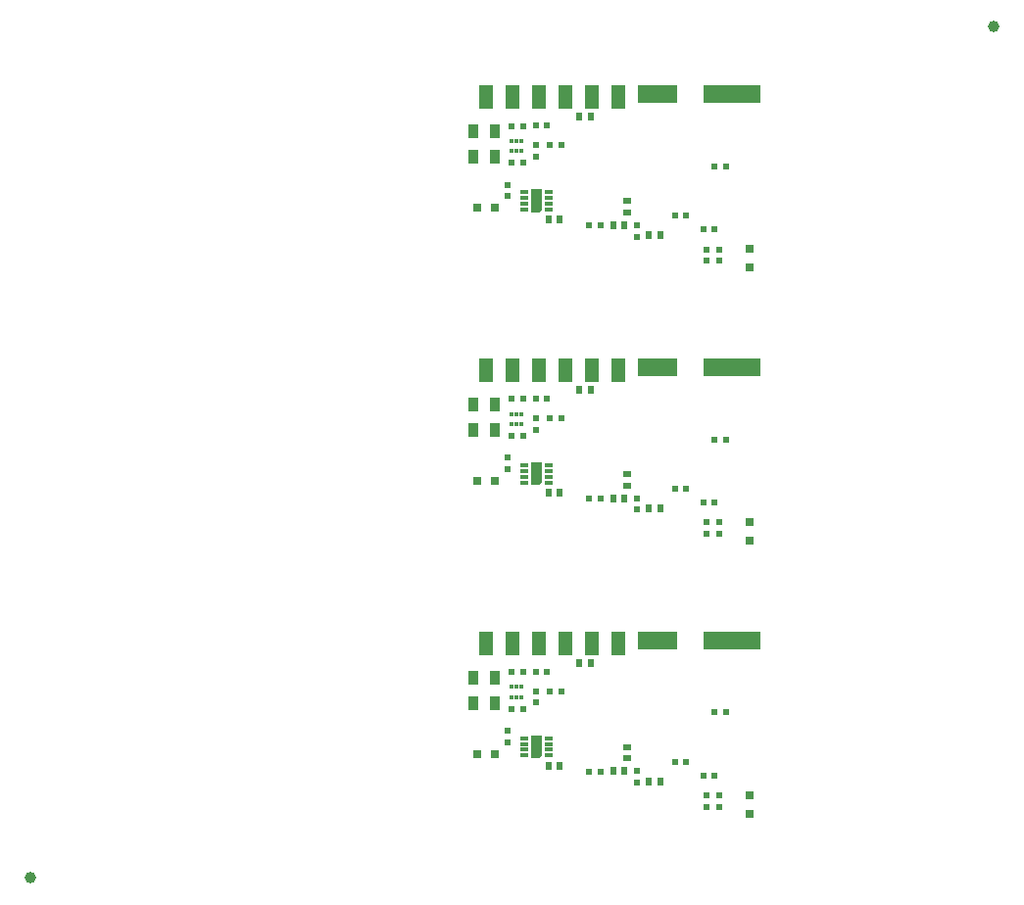
<source format=gtp>
G04*
G04 #@! TF.GenerationSoftware,Altium Limited,Altium Designer,19.1.6 (110)*
G04*
G04 Layer_Color=8421504*
%FSAX25Y25*%
%MOIN*%
G70*
G01*
G75*
%ADD10C,0.03937*%
%ADD11R,0.13780X0.05906*%
%ADD12R,0.01181X0.01575*%
%ADD13R,0.01968X0.02362*%
%ADD14R,0.02362X0.01968*%
%ADD15R,0.19685X0.05906*%
%ADD16R,0.04724X0.07874*%
%ADD17R,0.02756X0.01181*%
%ADD18R,0.01968X0.01968*%
%ADD19R,0.03150X0.03150*%
%ADD20R,0.02362X0.02520*%
%ADD21R,0.03150X0.03150*%
%ADD22R,0.02520X0.02362*%
%ADD23R,0.03543X0.05118*%
G36*
X0297442Y0347184D02*
X0300886Y0347184D01*
X0300886Y0340492D01*
X0299902Y0339507D01*
X0297436Y0339508D01*
X0297145Y0339508D01*
X0297146Y0347185D01*
X0297442Y0347184D01*
D02*
G37*
G36*
Y0254271D02*
X0300886Y0254271D01*
X0300886Y0247579D01*
X0299902Y0246593D01*
X0297436Y0246594D01*
X0297145Y0246595D01*
X0297146Y0254272D01*
X0297442Y0254271D01*
D02*
G37*
G36*
Y0161357D02*
X0300886Y0161358D01*
X0300886Y0154665D01*
X0299902Y0153680D01*
X0297436Y0153681D01*
X0297145Y0153682D01*
X0297146Y0161358D01*
X0297442Y0161357D01*
D02*
G37*
D10*
X0126772Y0112992D02*
D03*
X0454528Y0402559D02*
D03*
D11*
X0340335Y0379566D02*
D03*
Y0286653D02*
D03*
Y0193740D02*
D03*
D12*
X0290630Y0363740D02*
D03*
X0292205D02*
D03*
X0293779D02*
D03*
X0290630Y0360196D02*
D03*
X0292205D02*
D03*
X0293779D02*
D03*
X0290630Y0270826D02*
D03*
X0292205D02*
D03*
X0293779D02*
D03*
X0290630Y0267283D02*
D03*
X0292205D02*
D03*
X0293779D02*
D03*
X0290630Y0177913D02*
D03*
X0292205D02*
D03*
X0293779D02*
D03*
X0290630Y0174370D02*
D03*
X0292205D02*
D03*
X0293779D02*
D03*
D13*
X0294567Y0356299D02*
D03*
X0290630D02*
D03*
X0307401Y0362244D02*
D03*
X0303465D02*
D03*
X0294528Y0368818D02*
D03*
X0290591D02*
D03*
X0302638Y0368897D02*
D03*
X0298701D02*
D03*
X0363346Y0355039D02*
D03*
X0359409D02*
D03*
X0346063Y0338189D02*
D03*
X0350000D02*
D03*
X0355709Y0333661D02*
D03*
X0359646D02*
D03*
X0317008Y0334921D02*
D03*
X0320945D02*
D03*
X0294567Y0263385D02*
D03*
X0290630D02*
D03*
X0307401Y0269330D02*
D03*
X0303465D02*
D03*
X0294528Y0275905D02*
D03*
X0290591D02*
D03*
X0302638Y0275984D02*
D03*
X0298701D02*
D03*
X0363346Y0262125D02*
D03*
X0359409D02*
D03*
X0346063Y0245275D02*
D03*
X0350000D02*
D03*
X0355709Y0240747D02*
D03*
X0359646D02*
D03*
X0317008Y0242007D02*
D03*
X0320945D02*
D03*
X0294567Y0170472D02*
D03*
X0290630D02*
D03*
X0307401Y0176417D02*
D03*
X0303465D02*
D03*
X0294528Y0182992D02*
D03*
X0290591D02*
D03*
X0302638Y0183070D02*
D03*
X0298701D02*
D03*
X0363346Y0169212D02*
D03*
X0359409D02*
D03*
X0346063Y0152362D02*
D03*
X0350000D02*
D03*
X0355709Y0147834D02*
D03*
X0359646D02*
D03*
X0317008Y0149094D02*
D03*
X0320945D02*
D03*
D14*
X0298740Y0358346D02*
D03*
Y0362283D02*
D03*
X0356732Y0326850D02*
D03*
Y0322913D02*
D03*
X0361023Y0326850D02*
D03*
Y0322913D02*
D03*
X0289173Y0344881D02*
D03*
Y0348818D02*
D03*
X0333268Y0335039D02*
D03*
Y0331102D02*
D03*
X0298740Y0265433D02*
D03*
Y0269370D02*
D03*
X0356732Y0233937D02*
D03*
Y0229999D02*
D03*
X0361023Y0233937D02*
D03*
Y0229999D02*
D03*
X0289173Y0251968D02*
D03*
Y0255905D02*
D03*
X0333268Y0242125D02*
D03*
Y0238188D02*
D03*
X0298740Y0172519D02*
D03*
Y0176456D02*
D03*
X0356732Y0141023D02*
D03*
Y0137086D02*
D03*
X0361023Y0141023D02*
D03*
Y0137086D02*
D03*
X0289173Y0159055D02*
D03*
Y0162992D02*
D03*
X0333268Y0149212D02*
D03*
Y0145275D02*
D03*
D15*
X0365571Y0379527D02*
D03*
Y0286614D02*
D03*
Y0193700D02*
D03*
D16*
X0326968Y0378543D02*
D03*
X0317913D02*
D03*
X0308858D02*
D03*
X0299803D02*
D03*
X0290748D02*
D03*
X0281693D02*
D03*
X0326968Y0285629D02*
D03*
X0317913D02*
D03*
X0308858D02*
D03*
X0299803D02*
D03*
X0290748D02*
D03*
X0281693D02*
D03*
X0326968Y0192716D02*
D03*
X0317913D02*
D03*
X0308858D02*
D03*
X0299803D02*
D03*
X0290748D02*
D03*
X0281693D02*
D03*
D17*
X0303150Y0340393D02*
D03*
Y0342362D02*
D03*
Y0344330D02*
D03*
Y0346299D02*
D03*
X0294882D02*
D03*
Y0344330D02*
D03*
Y0342362D02*
D03*
Y0340393D02*
D03*
X0303150Y0247480D02*
D03*
Y0249448D02*
D03*
Y0251417D02*
D03*
Y0253385D02*
D03*
X0294882D02*
D03*
Y0251417D02*
D03*
Y0249448D02*
D03*
Y0247480D02*
D03*
X0303150Y0154566D02*
D03*
Y0156535D02*
D03*
Y0158503D02*
D03*
Y0160472D02*
D03*
X0294882D02*
D03*
Y0158503D02*
D03*
Y0156535D02*
D03*
Y0154566D02*
D03*
D18*
X0299016Y0343346D02*
D03*
Y0250432D02*
D03*
Y0157519D02*
D03*
D19*
X0371457Y0320669D02*
D03*
Y0326968D02*
D03*
Y0227755D02*
D03*
Y0234055D02*
D03*
Y0134842D02*
D03*
Y0141141D02*
D03*
D20*
X0303150Y0337007D02*
D03*
X0306929D02*
D03*
X0341023Y0331574D02*
D03*
X0337244D02*
D03*
X0317362Y0371889D02*
D03*
X0313583D02*
D03*
X0325079Y0335039D02*
D03*
X0328858D02*
D03*
X0303150Y0244094D02*
D03*
X0306929D02*
D03*
X0341023Y0238661D02*
D03*
X0337244D02*
D03*
X0317362Y0278976D02*
D03*
X0313583D02*
D03*
X0325079Y0242126D02*
D03*
X0328858D02*
D03*
X0303150Y0151181D02*
D03*
X0306929D02*
D03*
X0341023Y0145747D02*
D03*
X0337244D02*
D03*
X0317362Y0186062D02*
D03*
X0313583D02*
D03*
X0325079Y0149212D02*
D03*
X0328858D02*
D03*
D21*
X0284724Y0340866D02*
D03*
X0278819D02*
D03*
X0284724Y0247952D02*
D03*
X0278819D02*
D03*
X0284724Y0155039D02*
D03*
X0278819D02*
D03*
D22*
X0329960Y0339409D02*
D03*
Y0343189D02*
D03*
Y0246496D02*
D03*
Y0250275D02*
D03*
Y0153582D02*
D03*
Y0157362D02*
D03*
D23*
X0277362Y0358267D02*
D03*
X0284842D02*
D03*
X0277362Y0366968D02*
D03*
X0284842D02*
D03*
X0277362Y0265354D02*
D03*
X0284842D02*
D03*
X0277362Y0274055D02*
D03*
X0284842D02*
D03*
X0277362Y0172440D02*
D03*
X0284842D02*
D03*
X0277362Y0181141D02*
D03*
X0284842D02*
D03*
M02*

</source>
